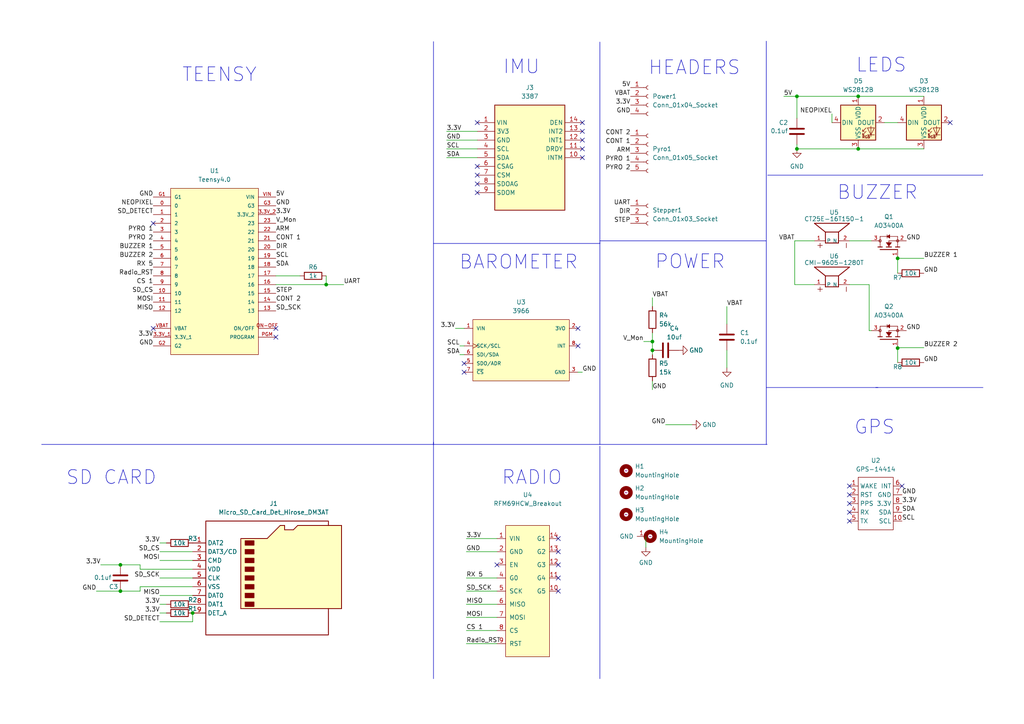
<source format=kicad_sch>
(kicad_sch (version 20230121) (generator eeschema)
  (paper "A4")
  (lib_symbols
    (symbol "3387:3387"
      (property "Reference" "J3" (at 15.24 7.62 0))
      (property "Value" "3387" (at 15.24 5.08 0))
      (symbol "3387_1_1"
        (rectangle (start 5.08 2.54) (end 25.4 -27.94) (stroke (width 0.254)) (fill (type background)))
        (pin passive line (at 0 -2.54 0) (length 5.08) (name "VIN") (number "1"))
        (pin passive line (at 30.48 -12.7 180) (length 5.08) (name "INTM") (number "10"))
        (pin passive line (at 30.48 -10.16 180) (length 5.08) (name "DRDY") (number "11"))
        (pin passive line (at 30.48 -7.62 180) (length 5.08) (name "INT1") (number "12"))
        (pin passive line (at 30.48 -5.08 180) (length 5.08) (name "INT2") (number "13"))
        (pin passive line (at 30.48 -2.54 180) (length 5.08) (name "DEN") (number "14"))
        (pin passive line (at 0 -5.08 0) (length 5.08) (name "3V3") (number "2"))
        (pin passive line (at 0 -7.62 0) (length 5.08) (name "GND") (number "3"))
        (pin passive line (at 0 -10.16 0) (length 5.08) (name "SCL") (number "4"))
        (pin passive line (at 0 -12.7 0) (length 5.08) (name "SDA") (number "5"))
        (pin passive line (at 0 -15.24 0) (length 5.08) (name "CSAG") (number "6"))
        (pin passive line (at 0 -17.78 0) (length 5.08) (name "CSM") (number "7"))
        (pin passive line (at 0 -20.32 0) (length 5.08) (name "SDOAG") (number "8"))
        (pin passive line (at 0 -22.86 0) (length 5.08) (name "SDOM") (number "9"))
      )
    )
    (symbol "AO3400A:AO3400A" (pin_names (offset 1.016))
      (property "Reference" "Q" (at -8.89 2.54 0))
      (property "Value" "AO3400A" (at -8.89 -7.62 0))
      (symbol "AO3400A_0_0"
        (polyline (pts (xy 0 2.54) (xy 0 -2.54)) (stroke (width 0.254)))
        (polyline (pts (xy 0.762 -2.54) (xy 0.762 -3.175)) (stroke (width 0.254)))
        (polyline (pts (xy 0.762 -1.905) (xy 0.762 -2.54)) (stroke (width 0.254)))
        (polyline (pts (xy 0.762 0) (xy 0.762 -0.762)) (stroke (width 0.254)))
        (polyline (pts (xy 0.762 0) (xy 2.54 0)) (stroke (width 0.1524)))
        (polyline (pts (xy 0.762 0.762) (xy 0.762 0)) (stroke (width 0.254)))
        (polyline (pts (xy 0.762 2.54) (xy 0.762 1.905)) (stroke (width 0.254)))
        (polyline (pts (xy 0.762 2.54) (xy 3.81 2.54)) (stroke (width 0.1524)))
        (polyline (pts (xy 0.762 3.175) (xy 0.762 2.54)) (stroke (width 0.254)))
        (polyline (pts (xy 2.54 -2.54) (xy 0.762 -2.54)) (stroke (width 0.1524)))
        (polyline (pts (xy 2.54 -2.54) (xy 3.81 -2.54)) (stroke (width 0.1524)))
        (polyline (pts (xy 2.54 0) (xy 2.54 -2.54)) (stroke (width 0.1524)))
        (polyline (pts (xy 3.81 0.508) (xy 3.302 0.508)) (stroke (width 0.1524)))
        (polyline (pts (xy 3.81 0.508) (xy 3.81 -2.54)) (stroke (width 0.1524)))
        (polyline (pts (xy 3.81 2.54) (xy 3.81 0.508)) (stroke (width 0.1524)))
        (polyline (pts (xy 4.318 0.508) (xy 3.81 0.508)) (stroke (width 0.1524)))
        (polyline (pts (xy 1.016 0) (xy 2.032 0.762) (xy 2.032 -0.762) (xy 1.016 0)) (stroke (width 0.1524)) (fill (type outline)))
        (polyline (pts (xy 3.81 0.508) (xy 3.302 -0.254) (xy 4.318 -0.254) (xy 3.81 0.508)) (stroke (width 0.1524)) (fill (type outline)))
        (circle (center 2.54 -2.54) (radius 0.3592))
        (circle (center 2.54 2.54) (radius 0.3592))
        (pin passive line (at -2.54 -2.54 0) (length 2.54) (name "~") (number "1"))
        (pin passive line (at 2.54 -5.08 90) (length 2.54) (name "~") (number "2"))
        (pin passive line (at 2.54 5.08 270) (length 2.54) (name "~") (number "3"))
      )
    )
    (symbol "BMP388:3966" (pin_names (offset 1.016))
      (property "Reference" "MD" (at 0 5.08 0))
      (property "Value" "3966" (at 0 7.62 0))
      (symbol "3966_1_1"
        (rectangle (start 5.08 2.54) (end 33.02 -15.24) (fill (type background)))
        (pin power_in line (at 2.54 0 0) (length 2.54) (name "VIN") (number "1"))
        (pin power_in line (at 35.56 0 180) (length 2.54) (name "3VO") (number "2"))
        (pin power_in line (at 35.56 -12.7 180) (length 2.54) (name "GND") (number "3"))
        (pin input clock (at 2.54 -5.08 0) (length 2.54) (name "SCK/SCL") (number "4"))
        (pin bidirectional line (at 2.54 -10.16 0) (length 2.54) (name "SDO/ADR") (number "5"))
        (pin bidirectional line (at 2.54 -7.62 0) (length 2.54) (name "SDI/SDA") (number "6"))
        (pin input line (at 2.54 -12.7 0) (length 2.54) (name "~{CS}") (number "7"))
        (pin output line (at 35.56 -5.08 180) (length 2.54) (name "INT") (number "8"))
      )
    )
    (symbol "Connector:Conn_01x03_Socket" (pin_names (offset 1.016) hide)
      (property "Reference" "J" (at 0 5.08 0))
      (property "Value" "Conn_01x03_Socket" (at 0 -5.08 0))
      (symbol "Conn_01x03_Socket_1_1"
        (arc (start 0 -2.032) (mid -0.5058 -2.54) (end 0 -3.048) (stroke (width 0.1524)))
        (polyline (pts (xy -1.27 -2.54) (xy -0.508 -2.54)) (stroke (width 0.1524)))
        (polyline (pts (xy -1.27 0) (xy -0.508 0)) (stroke (width 0.1524)))
        (polyline (pts (xy -1.27 2.54) (xy -0.508 2.54)) (stroke (width 0.1524)))
        (arc (start 0 0.508) (mid -0.5058 0) (end 0 -0.508) (stroke (width 0.1524)))
        (arc (start 0 3.048) (mid -0.5058 2.54) (end 0 2.032) (stroke (width 0.1524)))
        (pin passive line (at -5.08 2.54 0) (length 3.81) (name "Pin_1") (number "1"))
        (pin passive line (at -5.08 0 0) (length 3.81) (name "Pin_2") (number "2"))
        (pin passive line (at -5.08 -2.54 0) (length 3.81) (name "Pin_3") (number "3"))
      )
    )
    (symbol "Connector:Conn_01x04_Socket" (pin_names (offset 1.016) hide)
      (property "Reference" "J" (at 0 5.08 0))
      (property "Value" "Conn_01x04_Socket" (at 0 -7.62 0))
      (symbol "Conn_01x04_Socket_1_1"
        (arc (start 0 -4.572) (mid -0.5058 -5.08) (end 0 -5.588) (stroke (width 0.1524)))
        (arc (start 0 -2.032) (mid -0.5058 -2.54) (end 0 -3.048) (stroke (width 0.1524)))
        (polyline (pts (xy -1.27 -5.08) (xy -0.508 -5.08)) (stroke (width 0.1524)))
        (polyline (pts (xy -1.27 -2.54) (xy -0.508 -2.54)) (stroke (width 0.1524)))
        (polyline (pts (xy -1.27 0) (xy -0.508 0)) (stroke (width 0.1524)))
        (polyline (pts (xy -1.27 2.54) (xy -0.508 2.54)) (stroke (width 0.1524)))
        (arc (start 0 0.508) (mid -0.5058 0) (end 0 -0.508) (stroke (width 0.1524)))
        (arc (start 0 3.048) (mid -0.5058 2.54) (end 0 2.032) (stroke (width 0.1524)))
        (pin passive line (at -5.08 2.54 0) (length 3.81) (name "Pin_1") (number "1"))
        (pin passive line (at -5.08 0 0) (length 3.81) (name "Pin_2") (number "2"))
        (pin passive line (at -5.08 -2.54 0) (length 3.81) (name "Pin_3") (number "3"))
        (pin passive line (at -5.08 -5.08 0) (length 3.81) (name "Pin_4") (number "4"))
      )
    )
    (symbol "Connector:Conn_01x05_Socket" (pin_names (offset 1.016) hide)
      (property "Reference" "J" (at 0 7.62 0))
      (property "Value" "Conn_01x05_Socket" (at 0 -7.62 0))
      (symbol "Conn_01x05_Socket_1_1"
        (arc (start 0 -4.572) (mid -0.5058 -5.08) (end 0 -5.588) (stroke (width 0.1524)))
        (arc (start 0 -2.032) (mid -0.5058 -2.54) (end 0 -3.048) (stroke (width 0.1524)))
        (polyline (pts (xy -1.27 -5.08) (xy -0.508 -5.08)) (stroke (width 0.1524)))
        (polyline (pts (xy -1.27 -2.54) (xy -0.508 -2.54)) (stroke (width 0.1524)))
        (polyline (pts (xy -1.27 0) (xy -0.508 0)) (stroke (width 0.1524)))
        (polyline (pts (xy -1.27 2.54) (xy -0.508 2.54)) (stroke (width 0.1524)))
        (polyline (pts (xy -1.27 5.08) (xy -0.508 5.08)) (stroke (width 0.1524)))
        (arc (start 0 0.508) (mid -0.5058 0) (end 0 -0.508) (stroke (width 0.1524)))
        (arc (start 0 3.048) (mid -0.5058 2.54) (end 0 2.032) (stroke (width 0.1524)))
        (arc (start 0 5.588) (mid -0.5058 5.08) (end 0 4.572) (stroke (width 0.1524)))
        (pin passive line (at -5.08 5.08 0) (length 3.81) (name "Pin_1") (number "1"))
        (pin passive line (at -5.08 2.54 0) (length 3.81) (name "Pin_2") (number "2"))
        (pin passive line (at -5.08 0 0) (length 3.81) (name "Pin_3") (number "3"))
        (pin passive line (at -5.08 -2.54 0) (length 3.81) (name "Pin_4") (number "4"))
        (pin passive line (at -5.08 -5.08 0) (length 3.81) (name "Pin_5") (number "5"))
      )
    )
    (symbol "Connector:Micro_SD_Card_Det_Hirose_DM3AT"
      (property "Reference" "J1" (at 0.635 21.59 0))
      (property "Value" "Micro_SD_Card_Det_Hirose_DM3AT" (at 0.635 19.05 0))
      (symbol "Micro_SD_Card_Det_Hirose_DM3AT_0_1"
        (rectangle (start -7.62 -6.985) (end -5.08 -8.255) (stroke (width 0.254)) (fill (type outline)))
        (rectangle (start -7.62 -4.445) (end -5.08 -5.715) (stroke (width 0.254)) (fill (type outline)))
        (rectangle (start -7.62 -1.905) (end -5.08 -3.175) (stroke (width 0.254)) (fill (type outline)))
        (rectangle (start -7.62 0.635) (end -5.08 -0.635) (stroke (width 0.254)) (fill (type outline)))
        (rectangle (start -7.62 3.175) (end -5.08 1.905) (stroke (width 0.254)) (fill (type outline)))
        (rectangle (start -7.62 5.715) (end -5.08 4.445) (stroke (width 0.254)) (fill (type outline)))
        (rectangle (start -7.62 8.255) (end -5.08 6.985) (stroke (width 0.254)) (fill (type outline)))
        (rectangle (start -7.62 10.795) (end -5.08 9.525) (stroke (width 0.254)) (fill (type outline)))
        (polyline (pts (xy 16.51 15.24) (xy 16.51 16.51) (xy -19.05 16.51) (xy -19.05 -16.51) (xy 16.51 -16.51) (xy 16.51 -8.89)) (stroke (width 0.254)))
        (polyline (pts (xy -8.89 -8.89) (xy -8.89 11.43) (xy -1.27 11.43) (xy 2.54 15.24) (xy 3.81 15.24) (xy 3.81 13.97) (xy 6.35 13.97) (xy 7.62 15.24) (xy 20.32 15.24) (xy 20.32 -8.89) (xy -8.89 -8.89)) (stroke (width 0.254)) (fill (type background)))
      )
      (symbol "Micro_SD_Card_Det_Hirose_DM3AT_1_1"
        (pin bidirectional line (at -22.86 10.16 0) (length 3.81) (name "DAT2") (number "1"))
        (pin bidirectional line (at -22.86 7.62 0) (length 3.81) (name "DAT3/CD") (number "2"))
        (pin input line (at -22.86 5.08 0) (length 3.81) (name "CMD") (number "3"))
        (pin power_in line (at -22.86 2.54 0) (length 3.81) (name "VDD") (number "4"))
        (pin input line (at -22.86 0 0) (length 3.81) (name "CLK") (number "5"))
        (pin power_in line (at -22.86 -2.54 0) (length 3.81) (name "VSS") (number "6"))
        (pin bidirectional line (at -22.86 -5.08 0) (length 3.81) (name "DAT0") (number "7"))
        (pin bidirectional line (at -22.86 -7.62 0) (length 3.81) (name "DAT1") (number "8"))
        (pin passive line (at -22.86 -10.16 0) (length 3.81) (name "DET_A") (number "9"))
      )
    )
    (symbol "DEV-15583:DEV-15583" (pin_names (offset 1.016))
      (property "Reference" "U1" (at 0 27.94 0))
      (property "Value" "Teensy4.0" (at 0 25.4 0))
      (symbol "DEV-15583_0_0"
        (rectangle (start -12.7 -25.4) (end 12.7 22.86) (stroke (width 0.1524)) (fill (type background)))
        (pin bidirectional line (at -17.78 17.78 0) (length 5.08) (name "0") (number "0"))
        (pin bidirectional line (at -17.78 15.24 0) (length 5.08) (name "1") (number "1"))
        (pin bidirectional line (at -17.78 -7.62 0) (length 5.08) (name "10") (number "10"))
        (pin bidirectional line (at -17.78 -10.16 0) (length 5.08) (name "11") (number "11"))
        (pin bidirectional line (at -17.78 -12.7 0) (length 5.08) (name "12") (number "12"))
        (pin bidirectional line (at 17.78 -12.7 180) (length 5.08) (name "13") (number "13"))
        (pin bidirectional line (at 17.78 -10.16 180) (length 5.08) (name "14") (number "14"))
        (pin bidirectional line (at 17.78 -7.62 180) (length 5.08) (name "15") (number "15"))
        (pin bidirectional line (at 17.78 -5.08 180) (length 5.08) (name "16") (number "16"))
        (pin bidirectional line (at 17.78 -2.54 180) (length 5.08) (name "17") (number "17"))
        (pin bidirectional line (at 17.78 0 180) (length 5.08) (name "18") (number "18"))
        (pin bidirectional line (at 17.78 2.54 180) (length 5.08) (name "19") (number "19"))
        (pin bidirectional line (at -17.78 12.7 0) (length 5.08) (name "2") (number "2"))
        (pin bidirectional line (at 17.78 5.08 180) (length 5.08) (name "20") (number "20"))
        (pin bidirectional line (at 17.78 7.62 180) (length 5.08) (name "21") (number "21"))
        (pin bidirectional line (at 17.78 10.16 180) (length 5.08) (name "22") (number "22"))
        (pin bidirectional line (at 17.78 12.7 180) (length 5.08) (name "23") (number "23"))
        (pin bidirectional line (at -17.78 10.16 0) (length 5.08) (name "3") (number "3"))
        (pin bidirectional line (at -17.78 7.62 0) (length 5.08) (name "4") (number "4"))
        (pin bidirectional line (at -17.78 5.08 0) (length 5.08) (name "5") (number "5"))
        (pin bidirectional line (at -17.78 2.54 0) (length 5.08) (name "6") (number "6"))
        (pin bidirectional line (at -17.78 0 0) (length 5.08) (name "7") (number "7"))
        (pin bidirectional line (at -17.78 -2.54 0) (length 5.08) (name "8") (number "8"))
        (pin bidirectional line (at -17.78 -5.08 0) (length 5.08) (name "9") (number "9"))
        (pin bidirectional line (at 17.78 -17.78 180) (length 5.08) (name "ON/OFF") (number "ON-OFF"))
        (pin bidirectional line (at 17.78 -20.32 180) (length 5.08) (name "PROGRAM") (number "PGM"))
      )
      (symbol "DEV-15583_1_0"
        (pin power_out line (at -17.78 -20.32 0) (length 5.08) (name "3.3V_1") (number "3.3V_1"))
        (pin power_out line (at 17.78 15.24 180) (length 5.08) (name "3.3V_2") (number "3.3V_2"))
        (pin power_out line (at -17.78 20.32 0) (length 5.08) (name "G1") (number "G1"))
        (pin power_out line (at -17.78 -22.86 0) (length 5.08) (name "G2") (number "G2"))
        (pin power_out line (at 17.78 17.78 180) (length 5.08) (name "G3") (number "G3"))
        (pin power_out line (at -17.78 -17.78 0) (length 5.08) (name "VBAT") (number "VBAT"))
        (pin power_out line (at 17.78 20.32 180) (length 5.08) (name "VIN") (number "VIN"))
      )
    )
    (symbol "Device:C" (pin_numbers hide) (pin_names (offset 0.254))
      (property "Reference" "C" (at 0.635 2.54 0))
      (property "Value" "C" (at 0.635 -2.54 0))
      (symbol "C_0_1"
        (polyline (pts (xy -2.032 -0.762) (xy 2.032 -0.762)) (stroke (width 0.508)))
        (polyline (pts (xy -2.032 0.762) (xy 2.032 0.762)) (stroke (width 0.508)))
      )
      (symbol "C_1_1"
        (pin passive line (at 0 3.81 270) (length 2.794) (name "~") (number "1"))
        (pin passive line (at 0 -3.81 90) (length 2.794) (name "~") (number "2"))
      )
    )
    (symbol "Device:R" (pin_numbers hide) (pin_names (offset 0))
      (property "Reference" "R" (at 2.032 0 90))
      (property "Value" "R" (at 0 0 90))
      (symbol "R_0_1"
        (rectangle (start -1.016 -2.54) (end 1.016 2.54) (stroke (width 0.254)))
      )
      (symbol "R_1_1"
        (pin passive line (at 0 3.81 270) (length 1.27) (name "~") (number "1"))
        (pin passive line (at 0 -3.81 90) (length 1.27) (name "~") (number "2"))
      )
    )
    (symbol "GND_1" (power) (pin_names (offset 0))
      (property "Value" "GND_1" (at 0 -3.81 0))
      (symbol "GND_1_0_1"
        (polyline (pts (xy 0 0) (xy 0 -1.27) (xy 1.27 -1.27) (xy 0 -2.54) (xy -1.27 -1.27) (xy 0 -1.27)))
      )
      (symbol "GND_1_1_1"
        (pin power_in line (at 0 0 270) (length 0) hide (name "GND") (number "1"))
      )
    )
    (symbol "GPS:GPS-14414"
      (property "Reference" "U" (at 0 6.35 0))
      (property "Value" "GPS-14414" (at 0 8.89 0))
      (symbol "GPS-14414_0_1"
        (rectangle (start -5.08 3.81) (end 5.08 -11.43))
      )
      (symbol "GPS-14414_1_1"
        (pin output line (at -7.62 1.27 0) (length 2.54) (name "WAKE") (number "1"))
        (pin output line (at 7.62 -8.89 180) (length 2.54) (name "SCL") (number "10"))
        (pin power_in line (at -7.62 -1.27 0) (length 2.54) (name "RST") (number "2"))
        (pin power_in line (at -7.62 -3.81 0) (length 2.54) (name "PPS") (number "3"))
        (pin output line (at -7.62 -6.35 0) (length 2.54) (name "RX") (number "4"))
        (pin output line (at -7.62 -8.89 0) (length 2.54) (name "TX") (number "5"))
        (pin input line (at 7.62 1.27 180) (length 2.54) (name "INT") (number "6"))
        (pin input line (at 7.62 -1.27 180) (length 2.54) (name "GND") (number "7"))
        (pin output line (at 7.62 -3.81 180) (length 2.54) (name "3.3V") (number "8"))
        (pin input line (at 7.62 -6.35 180) (length 2.54) (name "SDA") (number "9"))
      )
    )
    (symbol "LED:WS2812B" (pin_names (offset 0.254))
      (property "Reference" "D" (at 5.08 5.715 0))
      (property "Value" "WS2812B" (at 1.27 -5.715 0))
      (symbol "WS2812B_0_0"
        (text "RGB" (at 2.286 -4.191 0) (effects (font (size 0.762 0.762))))
      )
      (symbol "WS2812B_0_1"
        (polyline (pts (xy 1.27 -3.556) (xy 1.778 -3.556)))
        (polyline (pts (xy 1.27 -2.54) (xy 1.778 -2.54)))
        (polyline (pts (xy 4.699 -3.556) (xy 2.667 -3.556)))
        (polyline (pts (xy 2.286 -2.54) (xy 1.27 -3.556) (xy 1.27 -3.048)))
        (polyline (pts (xy 2.286 -1.524) (xy 1.27 -2.54) (xy 1.27 -2.032)))
        (polyline (pts (xy 3.683 -1.016) (xy 3.683 -3.556) (xy 3.683 -4.064)))
        (polyline (pts (xy 4.699 -1.524) (xy 2.667 -1.524) (xy 3.683 -3.556) (xy 4.699 -1.524)))
        (rectangle (start 5.08 5.08) (end -5.08 -5.08) (stroke (width 0.254)) (fill (type background)))
      )
      (symbol "WS2812B_1_1"
        (pin power_in line (at 0 7.62 270) (length 2.54) (name "VDD") (number "1"))
        (pin output line (at 7.62 0 180) (length 2.54) (name "DOUT") (number "2"))
        (pin power_in line (at 0 -7.62 90) (length 2.54) (name "VSS") (number "3"))
        (pin input line (at -7.62 0 0) (length 2.54) (name "DIN") (number "4"))
      )
    )
    (symbol "Mechanical:MountingHole" (pin_names (offset 1.016))
      (property "Reference" "H" (at 0 5.08 0))
      (property "Value" "MountingHole" (at 0 3.175 0))
      (symbol "MountingHole_0_1"
        (circle (center 0 0) (radius 1.27) (stroke (width 1.27)))
      )
    )
    (symbol "MountingHole_1" (pin_names (offset 1.016))
      (property "Reference" "H4" (at 2.54 1.27 0))
      (property "Value" "MountingHole" (at 2.54 -1.27 0))
      (property "Datasheet" "~" (at 0 0 0))
      (symbol "MountingHole_1_0_1"
        (circle (center 0 0) (radius 1.27) (stroke (width 1.27)))
      )
      (symbol "MountingHole_1_1_1"
        (pin input line (at -1.27 0 180) (length 2.54) (name "GND") (number "1"))
      )
    )
    (symbol "SMT-0827-S-HT-R:SMT-0827-S-HT-R" (pin_names (offset 1.016))
      (property "Reference" "U5" (at 5.715 -0.635 90))
      (property "Value" "SFN-1407PA7.6" (at 3.81 -0.635 90))
      (symbol "SMT-0827-S-HT-R_0_0"
        (polyline (pts (xy -3.175 -1.905) (xy -2.54 -1.905)) (stroke (width 0.254)))
        (polyline (pts (xy -3.175 1.905) (xy -3.175 -1.905)) (stroke (width 0.254)))
        (polyline (pts (xy -3.175 1.905) (xy -2.54 1.905)) (stroke (width 0.254)))
        (polyline (pts (xy -2.54 -2.54) (xy -2.54 -1.905)) (stroke (width 0.1524)))
        (polyline (pts (xy -2.54 -1.905) (xy 0 -1.905)) (stroke (width 0.254)))
        (polyline (pts (xy -2.54 1.905) (xy 0 1.905)) (stroke (width 0.254)))
        (polyline (pts (xy -2.54 2.54) (xy -2.54 1.905)) (stroke (width 0.1524)))
        (polyline (pts (xy 0 -1.905) (xy 0 1.905)) (stroke (width 0.254)))
        (polyline (pts (xy 0 -1.905) (xy 2.54 -5.08)) (stroke (width 0.254)))
        (polyline (pts (xy 0 1.905) (xy 2.54 5.08)) (stroke (width 0.254)))
        (polyline (pts (xy 2.54 -5.08) (xy 2.54 5.08)) (stroke (width 0.254)))
        (text "+" (at -5.08 2.54 0) (effects (font (size 1.778 1.778)) (justify left bottom)))
        (text "-" (at -5.08 -5.08 0) (effects (font (size 1.778 1.778)) (justify left bottom)))
      )
      (symbol "SMT-0827-S-HT-R_1_0"
        (pin passive line (at -2.54 5.08 270) (length 2.54) (name "P") (number "1"))
        (pin passive line (at -2.54 -5.08 90) (length 2.54) (name "N") (number "2"))
      )
    )
    (symbol "power:GND" (power) (pin_names (offset 0))
      (property "Value" "GND" (at 0 -3.81 0))
      (symbol "GND_0_1"
        (polyline (pts (xy 0 0) (xy 0 -1.27) (xy 1.27 -1.27) (xy 0 -2.54) (xy -1.27 -1.27) (xy 0 -1.27)))
      )
      (symbol "GND_1_1"
        (pin power_in line (at 0 0 270) (length 0) hide (name "GND") (number "1"))
      )
    )
    (symbol "sensors:RFM69HCW_Breakout" (pin_names (offset 1.016))
      (property "Reference" "U2" (at 0 27.94 0))
      (property "Value" "RFM69HCW_Breakout" (at 0 25.4 0))
      (symbol "RFM69HCW_Breakout_0_1"
        (rectangle (start -6.35 19.05) (end 6.35 -19.05) (fill (type background)))
      )
      (symbol "RFM69HCW_Breakout_1_1"
        (pin power_in line (at -8.89 15.24 0) (length 2.54) (name "VIN") (number "1"))
        (pin bidirectional line (at 8.89 0 180) (length 2.54) (name "G5") (number "10"))
        (pin bidirectional line (at 8.89 3.81 180) (length 2.54) (name "G4") (number "11"))
        (pin bidirectional line (at 8.89 7.62 180) (length 2.54) (name "G3") (number "12"))
        (pin bidirectional line (at 8.89 11.43 180) (length 2.54) (name "G2") (number "13"))
        (pin bidirectional line (at 8.89 15.24 180) (length 2.54) (name "G1") (number "14"))
        (pin power_in line (at -8.89 11.43 0) (length 2.54) (name "GND") (number "2"))
        (pin input line (at -8.89 7.62 0) (length 2.54) (name "EN") (number "3"))
        (pin output line (at -8.89 3.81 0) (length 2.54) (name "G0") (number "4"))
        (pin input line (at -8.89 0 0) (length 2.54) (name "SCK") (number "5"))
        (pin output line (at -8.89 -3.81 0) (length 2.54) (name "MISO") (number "6"))
        (pin input line (at -8.89 -7.62 0) (length 2.54) (name "MOSI") (number "7"))
        (pin input line (at -8.89 -11.43 0) (length 2.54) (name "CS") (number "8"))
        (pin input line (at -8.89 -15.24 0) (length 2.54) (name "RST") (number "9"))
      )
    )
  )
  (junction (at 248.92 43.18))
  (junction (at 231.14 27.94))
  (junction (at 34.925 163.83))
  (junction (at 34.925 171.45))
  (junction (at 248.92 27.94))
  (junction (at 189.23 101.6))
  (junction (at 260.35 74.93))
  (junction (at 94.615 82.55))
  (junction (at 260.35 100.965))
  (junction (at 55.88 177.8))
  (junction (at 189.23 99.06))
  (junction (at 231.14 43.18))
  (no_connect (at 261.62 140.97))
  (no_connect (at 168.91 38.1))
  (no_connect (at 144.145 163.83))
  (no_connect (at 161.925 167.64))
  (no_connect (at 275.59 35.56))
  (no_connect (at 44.45 64.77))
  (no_connect (at 44.45 95.25))
  (no_connect (at 246.38 151.13))
  (no_connect (at 246.38 140.97))
  (no_connect (at 161.925 156.21))
  (no_connect (at 161.925 160.02))
  (no_connect (at 167.64 95.25))
  (no_connect (at 167.64 100.33))
  (no_connect (at 134.62 105.41))
  (no_connect (at 134.62 107.95))
  (no_connect (at 80.01 95.25))
  (no_connect (at 246.38 143.51))
  (no_connect (at 80.01 97.79))
  (no_connect (at 168.91 43.18))
  (no_connect (at 161.925 171.45))
  (no_connect (at 168.91 40.64))
  (no_connect (at 168.91 45.72))
  (no_connect (at 246.38 148.59))
  (no_connect (at 138.43 48.26))
  (no_connect (at 161.925 163.83))
  (no_connect (at 168.91 35.56))
  (no_connect (at 138.43 55.88))
  (no_connect (at 138.43 53.34))
  (no_connect (at 246.38 146.05))
  (no_connect (at 138.43 35.56))
  (no_connect (at 138.43 50.8))
  (wire (pts (xy 135.255 175.26) (xy 144.145 175.26)))
  (wire (pts (xy 86.995 80.01) (xy 80.01 80.01)))
  (wire (pts (xy 260.35 74.93) (xy 260.35 79.248)))
  (wire (pts (xy 210.82 101.6) (xy 210.82 106.68)))
  (wire (pts (xy 40.64 165.1) (xy 55.88 165.1)))
  (polyline (pts (xy 12.065 128.905) (xy 125.73 128.905)))
  (wire (pts (xy 94.615 82.55) (xy 94.615 80.01)))
  (wire (pts (xy 46.355 160.02) (xy 55.88 160.02)))
  (polyline (pts (xy 125.73 128.27) (xy 125.73 196.85)))
  (polyline (pts (xy 284.988 50.673) (xy 284.988 50.8)))
  (wire (pts (xy 133.35 100.33) (xy 134.62 100.33)))
  (wire (pts (xy 40.64 163.83) (xy 40.64 165.1)))
  (wire (pts (xy 135.255 160.02) (xy 144.145 160.02)))
  (wire (pts (xy 231.14 27.94) (xy 248.92 27.94)))
  (wire (pts (xy 193.04 123.19) (xy 200.66 123.19)))
  (wire (pts (xy 187.325 158.75) (xy 187.325 155.575)))
  (wire (pts (xy 189.23 99.06) (xy 186.69 99.06)))
  (wire (pts (xy 46.355 172.72) (xy 55.88 172.72)))
  (wire (pts (xy 231.14 41.91) (xy 231.14 43.18)))
  (wire (pts (xy 46.355 177.8) (xy 48.26 177.8)))
  (wire (pts (xy 129.54 43.18) (xy 138.43 43.18)))
  (wire (pts (xy 135.255 156.21) (xy 144.145 156.21)))
  (wire (pts (xy 80.01 82.55) (xy 94.615 82.55)))
  (wire (pts (xy 46.355 162.56) (xy 55.88 162.56)))
  (polyline (pts (xy 125.73 12.065) (xy 125.73 128.905)))
  (wire (pts (xy 246.38 69.85) (xy 252.73 69.85)))
  (wire (pts (xy 231.14 27.94) (xy 231.14 34.29)))
  (polyline (pts (xy 173.99 69.85) (xy 222.25 69.85)))
  (wire (pts (xy 135.255 171.45) (xy 144.145 171.45)))
  (polyline (pts (xy 173.99 12.192) (xy 173.99 70.612)))
  (wire (pts (xy 227.33 27.94) (xy 231.14 27.94)))
  (wire (pts (xy 230.505 69.85) (xy 236.22 69.85)))
  (wire (pts (xy 248.92 27.94) (xy 267.97 27.94)))
  (polyline (pts (xy 173.99 128.905) (xy 173.99 70.358)))
  (wire (pts (xy 267.97 74.93) (xy 260.35 74.93)))
  (wire (pts (xy 27.94 171.45) (xy 34.925 171.45)))
  (polyline (pts (xy 222.25 11.938) (xy 222.25 69.85)))
  (wire (pts (xy 252.095 82.55) (xy 246.38 82.55)))
  (wire (pts (xy 135.255 167.64) (xy 144.145 167.64)))
  (wire (pts (xy 46.355 167.64) (xy 55.88 167.64)))
  (wire (pts (xy 135.255 182.88) (xy 144.145 182.88)))
  (wire (pts (xy 167.64 107.95) (xy 168.91 107.95)))
  (wire (pts (xy 40.64 170.18) (xy 55.88 170.18)))
  (wire (pts (xy 129.54 40.64) (xy 138.43 40.64)))
  (wire (pts (xy 189.23 96.52) (xy 189.23 99.06)))
  (polyline (pts (xy 125.73 70.612) (xy 173.99 70.612)))
  (wire (pts (xy 267.97 100.838) (xy 260.35 100.838)))
  (wire (pts (xy 46.355 157.48) (xy 48.26 157.48)))
  (polyline (pts (xy 254 112.395) (xy 285.115 112.395)))
  (polyline (pts (xy 222.631 50.8) (xy 284.988 50.8)))
  (wire (pts (xy 231.14 43.18) (xy 248.92 43.18)))
  (polyline (pts (xy 222.25 112.395) (xy 254.635 112.395)))
  (wire (pts (xy 260.35 100.965) (xy 260.35 105.156)))
  (wire (pts (xy 252.095 95.885) (xy 252.095 82.55)))
  (wire (pts (xy 230.505 82.55) (xy 230.505 69.85)))
  (wire (pts (xy 256.54 35.56) (xy 260.35 35.56)))
  (wire (pts (xy 34.925 163.83) (xy 40.64 163.83)))
  (wire (pts (xy 189.23 101.6) (xy 189.23 102.87)))
  (wire (pts (xy 210.82 88.9) (xy 210.82 93.98)))
  (wire (pts (xy 132.08 95.25) (xy 134.62 95.25)))
  (wire (pts (xy 189.23 86.36) (xy 189.23 88.9)))
  (wire (pts (xy 133.35 102.87) (xy 134.62 102.87)))
  (wire (pts (xy 248.92 43.18) (xy 267.97 43.18)))
  (wire (pts (xy 189.23 99.06) (xy 189.23 101.6)))
  (wire (pts (xy 40.64 170.18) (xy 40.64 171.45)))
  (wire (pts (xy 230.505 82.55) (xy 236.22 82.55)))
  (polyline (pts (xy 173.99 196.85) (xy 173.99 129.413)))
  (wire (pts (xy 94.615 82.55) (xy 99.695 82.55)))
  (wire (pts (xy 129.54 38.1) (xy 138.43 38.1)))
  (wire (pts (xy 55.88 180.34) (xy 55.88 177.8)))
  (wire (pts (xy 46.355 180.34) (xy 55.88 180.34)))
  (wire (pts (xy 46.355 175.26) (xy 48.26 175.26)))
  (wire (pts (xy 29.21 163.83) (xy 34.925 163.83)))
  (wire (pts (xy 135.255 186.69) (xy 144.145 186.69)))
  (wire (pts (xy 129.54 45.72) (xy 138.43 45.72)))
  (wire (pts (xy 189.23 110.49) (xy 189.23 113.03)))
  (polyline (pts (xy 173.99 128.905) (xy 222.504 128.905)))
  (wire (pts (xy 252.095 95.885) (xy 252.73 95.885)))
  (wire (pts (xy 260.35 100.838) (xy 260.35 100.965)))
  (polyline (pts (xy 222.25 128.905) (xy 222.25 69.85)))
  (wire (pts (xy 241.3 33.02) (xy 241.3 35.56)))
  (wire (pts (xy 40.64 171.45) (xy 34.925 171.45)))
  (wire (pts (xy 135.255 179.07) (xy 144.145 179.07)))
  (polyline (pts (xy 125.73 128.905) (xy 173.99 128.905)))
  (text "BUZZER" (at 242.697 58.293 0) (effects (font (size 4 4)) (justify left bottom)))
  (text "TEENSY" (at 52.705 24.13 0) (effects (font (size 4 4)) (justify left bottom)))
  (text "HEADERS" (at 187.96 22.098 0) (effects (font (size 4 4)) (justify left bottom)))
  (text "SD CARD" (at 19.05 140.97 0) (effects (font (size 4 4)) (justify left bottom)))
  (text "POWER\n" (at 189.865 78.359 0) (effects (font (size 4 4)) (justify left bottom)))
  (text "LEDS" (at 248.158 21.336 0) (effects (font (size 4 4)) (justify left bottom)))
  (text "GPS\n" (at 247.65 126.365 0) (effects (font (size 4 4)) (justify left bottom)))
  (text "IMU" (at 145.796 21.844 0) (effects (font (size 4 4)) (justify left bottom)))
  (text "BAROMETER" (at 133.096 78.486 0) (effects (font (size 4 4)) (justify left bottom)))
  (text "RADIO\n" (at 145.415 140.97 0) (effects (font (size 4 4)) (justify left bottom)))
  (label "GND" (at 189.23 113.03 0))
  (label "3.3V" (at 182.88 30.48 180))
  (label "SCL" (at 80.01 74.93 0))
  (label "UART" (at 182.88 59.69 180))
  (label "5V" (at 227.33 27.94 0))
  (label "VBAT" (at 189.23 86.36 0))
  (label "PYRO 2" (at 182.88 49.53 180))
  (label "SD_DETECT" (at 44.45 62.23 180))
  (label "ARM" (at 80.01 67.31 0))
  (label "3.3V" (at 46.355 175.26 180))
  (label "SD_SCK" (at 135.255 171.45 0))
  (label "V_Mon" (at 80.01 64.77 0))
  (label "SCL" (at 261.62 151.13 0))
  (label "3.3V" (at 29.21 163.83 180))
  (label "GND" (at 182.88 33.02 180))
  (label "GND" (at 262.89 95.885 0))
  (label "SD_CS" (at 44.45 85.09 180))
  (label "SD_CS" (at 46.355 160.02 180))
  (label "3.3V" (at 132.08 95.25 180))
  (label "STEP" (at 80.01 85.09 0))
  (label "GND" (at 267.97 79.248 0))
  (label "SCL" (at 133.35 100.33 180))
  (label "DIR" (at 182.88 62.23 180))
  (label "CONT 2" (at 80.01 87.63 0))
  (label "MISO" (at 135.255 175.26 0))
  (label "GND" (at 261.62 143.51 0))
  (label "BUZZER 1" (at 267.97 74.93 0))
  (label "3.3V" (at 44.45 97.79 180))
  (label "MOSI" (at 135.255 179.07 0))
  (label "GND" (at 80.01 59.69 0))
  (label "3.3V" (at 261.62 146.05 0))
  (label "DIR" (at 80.01 72.39 0))
  (label "CONT 2" (at 182.88 39.37 180))
  (label "SDA" (at 129.54 45.72 0))
  (label "SDA" (at 80.01 77.47 0))
  (label "MOSI" (at 46.355 162.56 180))
  (label "NEOPIXEL" (at 241.3 33.02 180))
  (label "Radio_RST" (at 135.255 186.69 0))
  (label "SD_SCK" (at 80.01 90.17 0))
  (label "GND" (at 193.04 123.19 180))
  (label "SDA" (at 133.35 102.87 180))
  (label "SD_DETECT" (at 46.355 180.34 180))
  (label "3.3V" (at 46.355 177.8 180))
  (label "ARM" (at 182.88 44.45 180))
  (label "MISO" (at 46.355 172.72 180))
  (label "RX 5" (at 44.45 77.47 180))
  (label "PYRO 1" (at 44.45 67.31 180))
  (label "GND" (at 44.45 100.33 180))
  (label "Radio_RST" (at 44.45 80.01 180))
  (label "VBAT" (at 210.82 88.9 0))
  (label "CONT 1" (at 80.01 69.85 0))
  (label "BUZZER 2" (at 267.97 100.838 0))
  (label "3.3V" (at 129.54 38.1 0))
  (label "MISO" (at 44.45 90.17 180))
  (label "GND" (at 129.54 40.64 0))
  (label "RX 5" (at 135.255 167.64 0))
  (label "SCL" (at 129.54 43.18 0))
  (label "GND" (at 262.89 69.85 0))
  (label "MOSI" (at 44.45 87.63 180))
  (label "GND" (at 168.91 107.95 0))
  (label "NEOPIXEL" (at 44.45 59.69 180))
  (label "PYRO 1" (at 182.88 46.99 180))
  (label "3.3V" (at 80.01 62.23 0))
  (label "CONT 1" (at 182.88 41.91 180))
  (label "5V" (at 80.01 57.15 0))
  (label "VBAT" (at 182.88 27.94 180))
  (label "3.3V" (at 46.355 157.48 180))
  (label "SD_SCK" (at 46.355 167.64 180))
  (label "GND" (at 135.255 160.02 0))
  (label "BUZZER 2" (at 44.45 74.93 180))
  (label "UART" (at 99.695 82.55 0))
  (label "GND" (at 44.45 57.15 180))
  (label "STEP" (at 182.88 64.77 180))
  (label "PYRO 2" (at 44.45 69.85 180))
  (label "SDA" (at 261.62 148.59 0))
  (label "CS 1" (at 44.45 82.55 180))
  (label "CS 1" (at 135.255 182.88 0))
  (label "3.3V" (at 135.255 156.21 0))
  (label "VBAT" (at 230.505 69.85 180))
  (label "GND" (at 267.97 105.156 0))
  (label "BUZZER 1" (at 44.45 72.39 180))
  (label "V_Mon" (at 186.69 99.06 180))
  (label "GND" (at 27.94 171.45 180))
  (label "5V" (at 182.88 25.4 180))
  (symbol (lib_id "LED:WS2812B") (at 248.92 35.56 0) (unit 1)
    (property "Reference" "D5" (at 248.92 23.495 0))
    (property "Value" "WS2812B" (at 248.92 26.035 0))
    (property "Footprint" "rocketry_footprints:WS2812B" (effects hide))
    (property "Datasheet" "https://cdn-shop.adafruit.com/datasheets/WS2812B.pdf" (effects hide))
  )
  (symbol (lib_id "AO3400A:AO3400A") (at 257.81 72.39 90) (unit 1)
    (property "Reference" "Q1" (at 257.81 62.865 90))
    (property "Value" "AO3400A" (at 257.81 65.405 90))
    (property "Footprint" "rocketry_footprints:SOT95P280X125-3N" (effects hide))
    (property "STANDARD" "IPC 7351B" (effects hide))
    (property "MAXIMUM_PACKAGE_HEIGHT" "1.25 mm" (effects hide))
    (property "MANUFACTURER" "Alpha & Omega Semiconductor" (effects hide))
    (property "PARTREV" "L" (effects hide))
    (property "Vendor" "C20917" (effects hide))
  )
  (symbol (lib_id "Device:R") (at 264.16 79.248 270) (mirror x) (unit 1)
    (property "Reference" "R7" (at 260.35 80.518 90))
    (property "Value" "10k" (at 264.16 79.248 90))
    (property "Footprint" "Resistor_SMD:R_0603_1608Metric_Pad0.98x0.95mm_HandSolder" (effects hide))
    (property "Vendor" "C25804" (effects hide))
  )
  (symbol (lib_id "SMT-0827-S-HT-R:SMT-0827-S-HT-R") (at 241.3 67.31 90) (unit 1)
    (property "Reference" "U5" (at 241.935 61.595 90))
    (property "Value" "CT25E-16T150-1" (at 241.935 63.5 90))
    (property "Footprint" "rocketry_footprints:CT25E-16T150-1" (effects hide))
    (property "Datasheet" "https://www.digikey.com/en/products/detail/challenge-electronics/CT25E-16T150-1/15295299" (effects hide))
    (property "STANDARD" "Manufacturer Recommendations" (effects hide))
    (property "MAXIMUM_PACKAGE_HEIGHT" "3.3mm" (effects hide))
    (property "MANUFACTURER" "PUI Audio" (effects hide))
    (property "PARTREV" "31/03/20" (effects hide))
  )
  (symbol (lib_name "MountingHole_1") (lib_id "Mechanical:MountingHole") (at 188.595 155.575 0) (unit 1)
    (property "Reference" "H4" (at 191.135 154.305 0) (effects (justify left)))
    (property "Value" "MountingHole" (at 191.135 156.845 0) (effects (justify left)))
    (property "Footprint" "MountingHole:MountingHole_3.2mm_M3_DIN965_Pad_TopBottom" (effects hide))
    (property "Datasheet" "~" (at 188.595 155.575 0))
  )
  (symbol (lib_id "DEV-15583:DEV-15583") (at 62.23 77.47 0) (unit 1)
    (property "Reference" "U1" (at 62.23 49.53 0))
    (property "Value" "Teensy4.0" (at 62.23 52.07 0))
    (property "Footprint" "rocketry_footprints:MODULE_DEV-15583" (effects hide))
    (property "MF" "SparkFun Electronics" (effects hide))
    (property "MAXIMUM_PACKAGE_HEIGHT" "5.87mm" (effects hide))
    (property "Package" "None" (effects hide))
    (property "Price" "None" (effects hide))
    (property "Check_prices" "https://www.snapeda.com/parts/DEV-15583/SparkFun+Electronics/view-part/?ref=eda" (effects hide))
    (property "STANDARD" "Manufacturer Recommendations" (effects hide))
    (property "SnapEDA_Link" "https://www.snapeda.com/parts/DEV-15583/SparkFun+Electronics/view-part/?ref=snap" (effects hide))
    (property "MP" "DEV-15583" (effects hide))
    (property "Purchase-URL" "https://www.snapeda.com/api/url_track_click_mouser/?unipart_id=4001229&manufacturer=SparkFun Electronics&part_name=DEV-15583&search_term=teensy 4.0" (effects hide))
    (property "Description" "\nRT1062 Teensy 4.0 series ARM® Cortex®-M7 MPU Embedded Evaluation Board\n" (effects hide))
    (property "Availability" "In Stock" (effects hide))
    (property "MANUFACTURER" "Sparkfun" (effects hide))
  )
  (symbol (lib_id "Mechanical:MountingHole") (at 181.61 149.225 0) (unit 1)
    (property "Reference" "H3" (at 184.15 147.955 0) (effects (justify left)))
    (property "Value" "MountingHole" (at 184.15 150.495 0) (effects (justify left)))
    (property "Footprint" "MountingHole:MountingHole_3.2mm_M3_DIN965_Pad_TopBottom" (effects hide))
    (property "Datasheet" "~" (at 181.61 149.225 0))
  )
  (symbol (lib_id "Device:R") (at 52.07 177.8 270) (unit 1)
    (property "Reference" "R1" (at 55.88 176.53 90))
    (property "Value" "10k" (at 52.07 177.8 90))
    (property "Footprint" "Resistor_SMD:R_0603_1608Metric_Pad0.98x0.95mm_HandSolder" (effects hide))
    (property "Vendor" "C25804" (effects hide))
  )
  (symbol (lib_id "Device:R") (at 52.07 175.26 270) (unit 1)
    (property "Reference" "R2" (at 55.88 173.99 90))
    (property "Value" "10k" (at 52.07 175.26 90))
    (property "Footprint" "Resistor_SMD:R_0603_1608Metric_Pad0.98x0.95mm_HandSolder" (effects hide))
    (property "Vendor" "C25804" (effects hide))
  )
  (symbol (lib_id "power:GND") (at 187.325 158.75 0) (unit 1)
    (property "Reference" "#PWR04" (effects hide))
    (property "Value" "GND" (at 187.325 163.195 0))
  )
  (symbol (lib_id "3387:3387") (at 138.43 33.02 0) (unit 1)
    (property "Reference" "J3" (at 153.67 25.4 0))
    (property "Value" "3387" (at 153.67 27.94 0))
    (property "Footprint" "rocketry_footprints:IMU MIni" (effects hide))
    (property "Datasheet" "https://www.arrow.com/en/products/3387/adafruit-industries" (effects hide))
    (property "Height" "3" (effects hide))
    (property "Arrow Part Number" "3387" (effects hide))
    (property "Arrow Price/Stock" "https://www.arrow.com/en/products/3387/adafruit-industries" (effects hide))
    (property "Manufacturer_Name" "Adafruit" (effects hide))
    (property "Manufacturer_Part_Number" "3387" (effects hide))
  )
  (symbol (lib_id "Connector:Conn_01x05_Socket") (at 187.96 44.45 0) (unit 1)
    (property "Reference" "Pyro1" (at 189.23 43.18 0) (effects (justify left)))
    (property "Value" "Conn_01x05_Socket" (at 189.23 45.72 0) (effects (justify left)))
    (property "Footprint" "Connector_PinHeader_2.54mm:PinHeader_1x05_P2.54mm_Vertical" (effects hide))
  )
  (symbol (lib_name "GND_1") (lib_id "power:GND") (at 231.14 43.18 0) (unit 1)
    (property "Reference" "#PWR02" (effects hide))
    (property "Value" "GND" (at 231.14 48.26 0))
  )
  (symbol (lib_id "Connector:Conn_01x03_Socket") (at 187.96 62.23 0) (unit 1)
    (property "Reference" "Stepper1" (at 189.23 60.96 0) (effects (justify left)))
    (property "Value" "Conn_01x03_Socket" (at 189.23 63.5 0) (effects (justify left)))
    (property "Footprint" "Connector_PinHeader_2.54mm:PinHeader_1x03_P2.54mm_Vertical" (effects hide))
  )
  (symbol (lib_id "Mechanical:MountingHole") (at 181.61 136.525 0) (unit 1)
    (property "Reference" "H1" (at 184.15 135.255 0) (effects (justify left)))
    (property "Value" "MountingHole" (at 184.15 137.795 0) (effects (justify left)))
    (property "Footprint" "MountingHole:MountingHole_3.2mm_M3_DIN965_Pad_TopBottom" (effects hide))
    (property "Datasheet" "~" (at 181.61 136.525 0))
  )
  (symbol (lib_id "Mechanical:MountingHole") (at 181.61 142.875 0) (unit 1)
    (property "Reference" "H2" (at 184.15 141.605 0) (effects (justify left)))
    (property "Value" "MountingHole" (at 184.15 144.145 0) (effects (justify left)))
    (property "Footprint" "MountingHole:MountingHole_3.2mm_M3_DIN965_Pad_TopBottom" (effects hide))
    (property "Datasheet" "~" (at 181.61 142.875 0))
  )
  (symbol (lib_id "Device:C") (at 231.14 38.1 180) (unit 1)
    (property "Reference" "C2" (at 228.6 35.56 0) (effects (justify left)))
    (property "Value" "0.1uf" (at 228.6 37.973 0) (effects (justify left)))
    (property "Footprint" "Capacitor_SMD:C_0603_1608Metric_Pad1.08x0.95mm_HandSolder" (effects hide))
    (property "Vendor" "C14663" (effects hide))
  )
  (symbol (lib_id "sensors:RFM69HCW_Breakout") (at 153.035 171.45 0) (unit 1)
    (property "Reference" "U4" (at 153.035 143.51 0))
    (property "Value" "RFM69HCW_Breakout" (at 153.035 146.05 0))
    (property "Footprint" "rocketry_footprints:RFM69HCW_Breakout" (effects hide))
  )
  (symbol (lib_id "Device:R") (at 189.23 92.71 0) (unit 1)
    (property "Reference" "R4" (at 191.135 91.4399 0) (effects (justify left)))
    (property "Value" "56k" (at 191.135 93.9799 0) (effects (justify left)))
    (property "Footprint" "Resistor_SMD:R_0603_1608Metric_Pad0.98x0.95mm_HandSolder" (effects hide))
    (property "Vendor" "C23206" (effects hide))
  )
  (symbol (lib_name "GND_1") (lib_id "power:GND") (at 200.66 123.19 90) (unit 1)
    (property "Reference" "#PWR03" (effects hide))
    (property "Value" "GND" (at 205.74 123.19 90))
  )
  (symbol (lib_id "BMP388:3966") (at 132.08 95.25 0) (unit 1)
    (property "Reference" "U3" (at 151.13 87.63 0))
    (property "Value" "3966" (at 151.13 90.17 0))
    (property "Footprint" "rocketry_footprints:Adafruit_Industries-3966-MFG" (effects hide))
    (property "Datasheet" "https://cdn-learn.adafruit.com/downloads/pdf/adafruit-bmp388-bmp390-bmp3xx.pdf?timestamp=1628517945" (effects hide))
    (property "automotive" "No" (effects hide))
    (property "category" "UNK" (effects hide))
    (property "device class L1" "Sensors" (effects hide))
    (property "device class L2" "Pressure Sensors" (effects hide))
    (property "device class L3" "unset" (effects hide))
    (property "digikey description" "BMP388 - PRECISION BAROMETRIC PR" (effects hide))
    (property "digikey part number" "1528-2733-ND" (effects hide))
    (property "lead free" "Yes" (effects hide))
    (property "library id" "4429725cd9347a7a" (effects hide))
    (property "manufacturer" "Adafruit Industries" (effects hide))
    (property "mouser part number" "485-3966" (effects hide))
    (property "package" "MODULE_25MM40_17MM78" (effects hide))
    (property "rohs" "Yes" (effects hide))
    (property "sensor output" "I2C,SPI" (effects hide))
  )
  (symbol (lib_name "GND_1") (lib_id "power:GND") (at 196.85 101.6 90) (unit 1)
    (property "Reference" "#PWR05" (effects hide))
    (property "Value" "GND" (at 201.93 101.6 90))
  )
  (symbol (lib_id "GPS:GPS-14414") (at 254 142.24 0) (unit 1)
    (property "Reference" "U2" (at 254 133.556 0))
    (property "Value" "GPS-14414" (at 254 136.096 0))
    (property "Footprint" "rocketry_footprints:GPS-14414" (effects hide))
  )
  (symbol (lib_id "Device:R") (at 189.23 106.68 0) (unit 1)
    (property "Reference" "R5" (at 191.135 105.41 0) (effects (justify left)))
    (property "Value" "15k" (at 191.135 107.95 0) (effects (justify left)))
    (property "Footprint" "Resistor_SMD:R_0603_1608Metric_Pad0.98x0.95mm_HandSolder" (effects hide))
    (property "Vendor" "C22809" (effects hide))
  )
  (symbol (lib_id "Device:R") (at 264.16 105.156 270) (mirror x) (unit 1)
    (property "Reference" "R8" (at 260.35 106.426 90))
    (property "Value" "10k" (at 264.16 105.156 90))
    (property "Footprint" "Resistor_SMD:R_0603_1608Metric_Pad0.98x0.95mm_HandSolder" (effects hide))
    (property "Vendor" "C25804" (effects hide))
  )
  (symbol (lib_id "Connector:Micro_SD_Card_Det_Hirose_DM3AT") (at 78.74 167.64 0) (unit 1)
    (property "Reference" "J1" (at 79.375 146.05 0))
    (property "Value" "Micro_SD_Card_Det_Hirose_DM3AT" (at 79.375 148.59 0))
    (property "Footprint" "rocketry_footprints:HRS_DM3CS-SF" (effects hide))
    (property "Datasheet" "https://www.hirose.com/product/en/download_file/key_name/DM3/category/Catalog/doc_file_id/49662/?file_category_id=4&item_id=195&is_series=1" (effects hide))
  )
  (symbol (lib_id "Connector:Conn_01x04_Socket") (at 187.96 27.94 0) (unit 1)
    (property "Reference" "Power1" (at 189.23 27.94 0) (effects (justify left)))
    (property "Value" "Conn_01x04_Socket" (at 189.23 30.48 0) (effects (justify left)))
    (property "Footprint" "Connector_PinHeader_2.54mm:PinHeader_1x04_P2.54mm_Vertical" (effects hide))
  )
  (symbol (lib_id "AO3400A:AO3400A") (at 257.81 98.425 90) (unit 1)
    (property "Reference" "Q2" (at 257.81 88.9 90))
    (property "Value" "AO3400A" (at 257.81 91.44 90))
    (property "Footprint" "rocketry_footprints:SOT95P280X125-3N" (effects hide))
    (property "STANDARD" "IPC 7351B" (effects hide))
    (property "MAXIMUM_PACKAGE_HEIGHT" "1.25 mm" (effects hide))
    (property "MANUFACTURER" "Alpha & Omega Semiconductor" (effects hide))
    (property "PARTREV" "L" (effects hide))
    (property "Vendor" "C20917" (effects hide))
  )
  (symbol (lib_id "Device:C") (at 34.925 167.64 180) (unit 1)
    (property "Reference" "C3" (at 34.29 170.18 0) (effects (justify left)))
    (property "Value" "0.1uf" (at 32.385 167.513 0) (effects (justify left)))
    (property "Footprint" "Capacitor_SMD:C_0603_1608Metric_Pad1.08x0.95mm_HandSolder" (effects hide))
    (property "Vendor" "C14663" (effects hide))
  )
  (symbol (lib_id "Device:C") (at 193.04 101.6 270) (unit 1)
    (property "Reference" "C4" (at 195.58 95.25 90))
    (property "Value" "10uf" (at 195.58 97.79 90))
    (property "Footprint" "Capacitor_SMD:C_0603_1608Metric" (effects hide))
    (property "Vendor" "C19702" (effects hide))
  )
  (symbol (lib_name "GND_1") (lib_id "power:GND") (at 210.82 106.68 0) (unit 1)
    (property "Reference" "#PWR01" (effects hide))
    (property "Value" "GND" (at 210.82 111.76 0))
  )
  (symbol (lib_id "SMT-0827-S-HT-R:SMT-0827-S-HT-R") (at 241.3 80.01 90) (unit 1)
    (property "Reference" "U6" (at 241.935 74.295 90))
    (property "Value" "CMI-9605-1280T" (at 241.935 76.2 90))
    (property "Footprint" "rocketry_footprints:CMI-9605-1280T" (effects hide))
    (property "Datasheet" "https://www.digikey.com/en/products/detail/cui-devices/CMI-9605-1280T/10326182" (effects hide))
    (property "STANDARD" "Manufacturer Recommendations" (effects hide))
    (property "MAXIMUM_PACKAGE_HEIGHT" "3.3mm" (effects hide))
    (property "MANUFACTURER" "PUI Audio" (effects hide))
    (property "PARTREV" "31/03/20" (effects hide))
  )
  (symbol (lib_id "Device:R") (at 52.07 157.48 90) (mirror x) (unit 1)
    (property "Reference" "R3" (at 55.88 156.21 90))
    (property "Value" "10k" (at 52.07 157.48 90))
    (property "Footprint" "Resistor_SMD:R_0603_1608Metric_Pad0.98x0.95mm_HandSolder" (effects hide))
    (property "Vendor" "C25804" (effects hide))
  )
  (symbol (lib_id "Device:R") (at 90.805 80.01 90) (unit 1)
    (property "Reference" "R6" (at 90.805 77.47 90))
    (property "Value" "1k" (at 90.805 80.01 90))
    (property "Footprint" "Resistor_SMD:R_0603_1608Metric_Pad0.98x0.95mm_HandSolder" (effects hide))
    (property "Vendor" "C21190" (effects hide))
  )
  (symbol (lib_id "Device:C") (at 210.82 97.79 0) (unit 1)
    (property "Reference" "C1" (at 214.63 96.5199 0) (effects (justify left)))
    (property "Value" "0.1uf" (at 214.63 99.0599 0) (effects (justify left)))
    (property "Footprint" "Capacitor_SMD:C_0603_1608Metric_Pad1.08x0.95mm_HandSolder" (effects hide))
    (property "Vendor" "C14663" (effects hide))
  )
  (symbol (lib_id "LED:WS2812B") (at 267.97 35.56 0) (unit 1)
    (property "Reference" "D3" (at 267.97 23.495 0))
    (property "Value" "WS2812B" (at 267.97 26.035 0))
    (property "Footprint" "rocketry_footprints:WS2812B" (effects hide))
    (property "Datasheet" "https://cdn-shop.adafruit.com/datasheets/WS2812B.pdf" (effects hide))
  )
)
</source>
